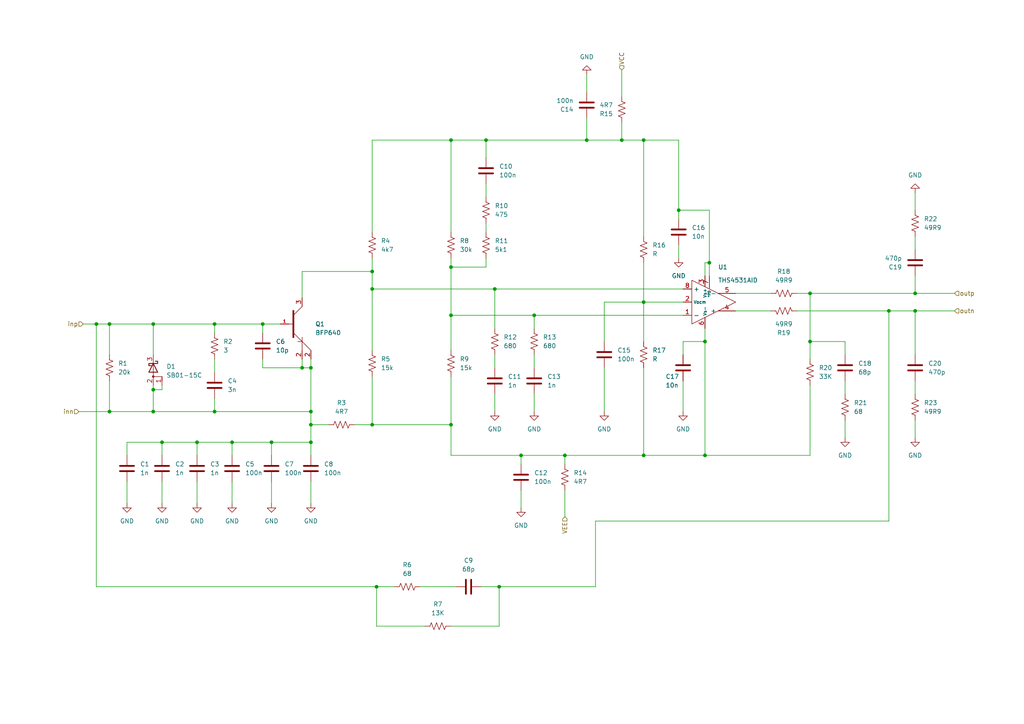
<source format=kicad_sch>
(kicad_sch (version 20230121) (generator eeschema)
  (paper "A4")
  (lib_symbols
    (symbol "Device:C" (pin_numbers hide) (pin_names (offset 0.254))
      (property "Reference" "C" (at 0.635 2.54 0))
      (property "Value" "C" (at 0.635 -2.54 0))
      (symbol "C_0_1"
        (polyline (pts (xy -2.032 -0.762) (xy 2.032 -0.762)) (stroke (width 0.508)))
        (polyline (pts (xy -2.032 0.762) (xy 2.032 0.762)) (stroke (width 0.508)))
      )
      (symbol "C_1_1"
        (pin passive line (at 0 3.81 270) (length 2.794) (name "~") (number "1"))
        (pin passive line (at 0 -3.81 90) (length 2.794) (name "~") (number "2"))
      )
    )
    (symbol "Device:D_Schottky_AAK" (pin_names (offset 0) hide)
      (property "Reference" "D" (at 0 2.54 0))
      (property "Value" "D_Schottky_AAK" (at 0 -2.54 0))
      (symbol "D_Schottky_AAK_0_1"
        (polyline (pts (xy 1.27 1.27) (xy 1.27 -1.27) (xy -1.27 0) (xy 1.27 1.27)) (stroke (width 0.254)))
        (polyline (pts (xy 3.81 2.54) (xy 2.54 2.54) (xy 2.54 0) (xy -1.27 0)))
        (polyline (pts (xy -1.905 0.635) (xy -1.905 1.27) (xy -1.27 1.27) (xy -1.27 -1.27) (xy -0.635 -1.27) (xy -0.635 -0.635)) (stroke (width 0.254)))
        (circle (center 2.54 0) (radius 0.254) (fill (type outline)))
      )
      (symbol "D_Schottky_AAK_1_1"
        (pin passive line (at 5.08 2.54 180) (length 2.54) (name "A") (number "1"))
        (pin passive line (at 5.08 0 180) (length 2.54) (name "A") (number "2"))
        (pin passive line (at -3.81 0 0) (length 2.54) (name "K") (number "3"))
      )
    )
    (symbol "Device:R_US" (pin_numbers hide) (pin_names (offset 0))
      (property "Reference" "R" (at 2.54 0 90))
      (property "Value" "R_US" (at -2.54 0 90))
      (symbol "R_US_0_1"
        (polyline (pts (xy 0 -2.286) (xy 0 -2.54)))
        (polyline (pts (xy 0 2.286) (xy 0 2.54)))
        (polyline (pts (xy 0 -0.762) (xy 1.016 -1.143) (xy 0 -1.524) (xy -1.016 -1.905) (xy 0 -2.286)))
        (polyline (pts (xy 0 0.762) (xy 1.016 0.381) (xy 0 0) (xy -1.016 -0.381) (xy 0 -0.762)))
        (polyline (pts (xy 0 2.286) (xy 1.016 1.905) (xy 0 1.524) (xy -1.016 1.143) (xy 0 0.762)))
      )
      (symbol "R_US_1_1"
        (pin passive line (at 0 3.81 270) (length 1.27) (name "~") (number "1"))
        (pin passive line (at 0 -3.81 90) (length 1.27) (name "~") (number "2"))
      )
    )
    (symbol "ecristal_libraries:BFP640ESDH6327XTSA1"
      (property "Reference" "Q1" (at 6.35 0 0))
      (property "Value" "BFP640" (at 6.35 -2.54 0))
      (symbol "BFP640ESDH6327XTSA1_0_1"
        (polyline (pts (xy 2.54 -6.35) (xy 2.54 -7.62)))
        (polyline (pts (xy 5.08 -7.62) (xy 3.81 -6.35)))
      )
      (symbol "BFP640ESDH6327XTSA1_1_1"
        (polyline (pts (xy 0 0) (xy -1.27 0)))
        (polyline (pts (xy 0 2.54) (xy 2.54 5.08)))
        (polyline (pts (xy 0 3.81) (xy 0 -3.81)) (stroke (width 0.5)))
        (polyline (pts (xy 2.54 -5.08) (xy 2.54 -6.35) (xy 2.54 -5.08) (xy 3.81 -6.35) (xy 3.81 -6.35)))
        (polyline (pts (xy 0 -2.54) (xy 2.54 -5.08) (xy 2.54 -3.81) (xy 2.54 -5.08) (xy 1.27 -5.08) (xy 2.54 -5.08)))
        (pin bidirectional line (at -3.81 0 0) (length 2.5) (name "") (number "1"))
        (pin bidirectional line (at 2.54 -10.16 90) (length 2.5) (name "") (number "2"))
        (pin bidirectional line (at 5.08 -10.16 90) (length 2.5) (name "") (number "2"))
        (pin bidirectional line (at 2.54 7.62 270) (length 2.5) (name "") (number "3"))
      )
    )
    (symbol "ecristal_libraries:THS4531AID"
      (property "Reference" "U" (at -8.89 8.89 0))
      (property "Value" "THS4531AID" (at -12.7 6.35 0))
      (symbol "THS4531AID_0_1"
        (polyline (pts (xy 7.62 0) (xy -5.08 6.35) (xy -5.08 -5.08) (xy -5.08 -6.35) (xy 7.62 0)))
      )
      (symbol "THS4531AID_1_1"
        (pin input line (at -7.62 -3.81 0) (length 2.5) (name "-") (number "1"))
        (pin input line (at -7.62 0 0) (length 2.5) (name "Vocm") (number "2"))
        (pin power_in line (at -1.27 7.62 270) (length 3.1) (name "Vs+") (number "3"))
        (pin output line (at 7.62 -2.54 180) (length 5) (name "+") (number "4"))
        (pin output line (at 7.62 2.54 180) (length 5) (name "-") (number "5"))
        (pin power_in line (at -1.27 -7.62 90) (length 3.1) (name "Vs-") (number "6"))
        (pin input line (at 0 7.62 270) (length 3.65) (name "*PD") (number "7"))
        (pin input line (at -7.62 3.81 0) (length 2.5) (name "+") (number "8"))
      )
    )
    (symbol "power:GND" (power) (pin_names (offset 0))
      (property "Value" "GND" (at 0 -3.81 0))
      (symbol "GND_0_1"
        (polyline (pts (xy 0 0) (xy 0 -1.27) (xy 1.27 -1.27) (xy 0 -2.54) (xy -1.27 -1.27) (xy 0 -1.27)))
      )
      (symbol "GND_1_1"
        (pin power_in line (at 0 0 270) (length 0) hide (name "GND") (number "1"))
      )
    )
  )
  (junction (at 62.23 119.38))
  (junction (at 257.81 90.17))
  (junction (at 67.31 128.27))
  (junction (at 62.23 93.98))
  (junction (at 265.43 85.09))
  (junction (at 130.81 40.64))
  (junction (at 78.74 128.27))
  (junction (at 130.81 91.44))
  (junction (at 44.45 113.03))
  (junction (at 57.15 128.27))
  (junction (at 144.78 170.18))
  (junction (at 90.17 123.19))
  (junction (at 186.69 40.64))
  (junction (at 76.2 93.98))
  (junction (at 107.95 83.82))
  (junction (at 204.47 99.06))
  (junction (at 87.63 106.68))
  (junction (at 170.18 40.64))
  (junction (at 196.85 60.96))
  (junction (at 143.51 83.82))
  (junction (at 31.75 93.98))
  (junction (at 234.95 99.06))
  (junction (at 130.81 123.19))
  (junction (at 234.95 85.09))
  (junction (at 186.69 87.63))
  (junction (at 90.17 128.27))
  (junction (at 154.94 91.44))
  (junction (at 204.47 132.08))
  (junction (at 90.17 119.38))
  (junction (at 44.45 93.98))
  (junction (at 163.83 132.08))
  (junction (at 130.81 77.47))
  (junction (at 109.22 170.18))
  (junction (at 107.95 78.74))
  (junction (at 27.94 93.98))
  (junction (at 90.17 106.68))
  (junction (at 46.99 128.27))
  (junction (at 44.45 119.38))
  (junction (at 31.75 119.38))
  (junction (at 151.13 132.08))
  (junction (at 140.97 40.64))
  (junction (at 107.95 123.19))
  (junction (at 205.74 76.2))
  (junction (at 186.69 132.08))
  (junction (at 180.34 40.64))
  (junction (at 265.43 90.17))
  (wire (pts (xy 245.11 121.92) (xy 245.11 127)))
  (wire (pts (xy 107.95 78.74) (xy 107.95 83.82)))
  (wire (pts (xy 57.15 128.27) (xy 57.15 132.08)))
  (wire (pts (xy 143.51 102.87) (xy 143.51 106.68)))
  (wire (pts (xy 78.74 128.27) (xy 78.74 132.08)))
  (wire (pts (xy 139.7 170.18) (xy 144.78 170.18)))
  (wire (pts (xy 196.85 71.12) (xy 196.85 74.93)))
  (wire (pts (xy 130.81 181.61) (xy 144.78 181.61)))
  (wire (pts (xy 180.34 27.94) (xy 180.34 20.32)))
  (wire (pts (xy 87.63 104.14) (xy 87.63 106.68)))
  (wire (pts (xy 204.47 99.06) (xy 198.12 99.06)))
  (wire (pts (xy 265.43 60.96) (xy 265.43 55.88)))
  (wire (pts (xy 205.74 80.01) (xy 205.74 76.2)))
  (wire (pts (xy 62.23 119.38) (xy 90.17 119.38)))
  (wire (pts (xy 234.95 99.06) (xy 234.95 85.09)))
  (wire (pts (xy 31.75 119.38) (xy 44.45 119.38)))
  (wire (pts (xy 67.31 128.27) (xy 67.31 132.08)))
  (wire (pts (xy 205.74 60.96) (xy 205.74 76.2)))
  (wire (pts (xy 245.11 110.49) (xy 245.11 114.3)))
  (wire (pts (xy 234.95 85.09) (xy 231.14 85.09)))
  (wire (pts (xy 265.43 110.49) (xy 265.43 114.3)))
  (wire (pts (xy 265.43 85.09) (xy 276.86 85.09)))
  (wire (pts (xy 90.17 104.14) (xy 90.17 106.68)))
  (wire (pts (xy 143.51 114.3) (xy 143.51 119.38)))
  (wire (pts (xy 213.36 90.17) (xy 223.52 90.17)))
  (wire (pts (xy 172.72 151.13) (xy 257.81 151.13)))
  (wire (pts (xy 204.47 76.2) (xy 205.74 76.2)))
  (wire (pts (xy 67.31 139.7) (xy 67.31 146.05)))
  (wire (pts (xy 130.81 123.19) (xy 107.95 123.19)))
  (wire (pts (xy 186.69 87.63) (xy 186.69 99.06)))
  (wire (pts (xy 143.51 83.82) (xy 143.51 95.25)))
  (wire (pts (xy 163.83 142.24) (xy 163.83 149.86)))
  (wire (pts (xy 46.99 139.7) (xy 46.99 146.05)))
  (wire (pts (xy 107.95 109.22) (xy 107.95 123.19)))
  (wire (pts (xy 180.34 35.56) (xy 180.34 40.64)))
  (wire (pts (xy 67.31 128.27) (xy 78.74 128.27)))
  (wire (pts (xy 130.81 132.08) (xy 130.81 123.19)))
  (wire (pts (xy 140.97 40.64) (xy 130.81 40.64)))
  (wire (pts (xy 140.97 64.77) (xy 140.97 67.31)))
  (wire (pts (xy 87.63 78.74) (xy 107.95 78.74)))
  (wire (pts (xy 130.81 91.44) (xy 154.94 91.44)))
  (wire (pts (xy 257.81 90.17) (xy 265.43 90.17)))
  (wire (pts (xy 265.43 90.17) (xy 265.43 102.87)))
  (wire (pts (xy 27.94 93.98) (xy 27.94 170.18)))
  (wire (pts (xy 140.97 53.34) (xy 140.97 57.15)))
  (wire (pts (xy 36.83 139.7) (xy 36.83 146.05)))
  (wire (pts (xy 107.95 83.82) (xy 107.95 101.6)))
  (wire (pts (xy 90.17 106.68) (xy 87.63 106.68)))
  (wire (pts (xy 57.15 139.7) (xy 57.15 146.05)))
  (wire (pts (xy 172.72 170.18) (xy 172.72 151.13)))
  (wire (pts (xy 44.45 111.76) (xy 44.45 113.03)))
  (wire (pts (xy 186.69 132.08) (xy 204.47 132.08)))
  (wire (pts (xy 245.11 99.06) (xy 245.11 102.87)))
  (wire (pts (xy 151.13 142.24) (xy 151.13 147.32)))
  (wire (pts (xy 62.23 104.14) (xy 62.23 107.95)))
  (wire (pts (xy 175.26 87.63) (xy 186.69 87.63)))
  (wire (pts (xy 107.95 40.64) (xy 107.95 67.31)))
  (wire (pts (xy 154.94 114.3) (xy 154.94 119.38)))
  (wire (pts (xy 46.99 128.27) (xy 57.15 128.27)))
  (wire (pts (xy 196.85 60.96) (xy 196.85 63.5)))
  (wire (pts (xy 102.87 123.19) (xy 107.95 123.19)))
  (wire (pts (xy 123.19 181.61) (xy 109.22 181.61)))
  (wire (pts (xy 22.86 119.38) (xy 31.75 119.38)))
  (wire (pts (xy 107.95 74.93) (xy 107.95 78.74)))
  (wire (pts (xy 76.2 106.68) (xy 87.63 106.68)))
  (wire (pts (xy 140.97 74.93) (xy 140.97 77.47)))
  (wire (pts (xy 78.74 139.7) (xy 78.74 146.05)))
  (wire (pts (xy 57.15 128.27) (xy 67.31 128.27)))
  (wire (pts (xy 46.99 111.76) (xy 46.99 113.03)))
  (wire (pts (xy 205.74 60.96) (xy 196.85 60.96)))
  (wire (pts (xy 31.75 93.98) (xy 44.45 93.98)))
  (wire (pts (xy 234.95 85.09) (xy 265.43 85.09)))
  (wire (pts (xy 154.94 91.44) (xy 154.94 95.25)))
  (wire (pts (xy 234.95 111.76) (xy 234.95 132.08)))
  (wire (pts (xy 130.81 109.22) (xy 130.81 123.19)))
  (wire (pts (xy 204.47 80.01) (xy 204.47 76.2)))
  (wire (pts (xy 154.94 102.87) (xy 154.94 106.68)))
  (wire (pts (xy 151.13 132.08) (xy 130.81 132.08)))
  (wire (pts (xy 62.23 93.98) (xy 62.23 96.52)))
  (wire (pts (xy 144.78 170.18) (xy 172.72 170.18)))
  (wire (pts (xy 265.43 72.39) (xy 265.43 68.58)))
  (wire (pts (xy 46.99 113.03) (xy 44.45 113.03)))
  (wire (pts (xy 62.23 119.38) (xy 62.23 115.57)))
  (wire (pts (xy 257.81 151.13) (xy 257.81 90.17)))
  (wire (pts (xy 90.17 119.38) (xy 90.17 106.68)))
  (wire (pts (xy 196.85 40.64) (xy 196.85 60.96)))
  (wire (pts (xy 76.2 104.14) (xy 76.2 106.68)))
  (wire (pts (xy 27.94 170.18) (xy 109.22 170.18)))
  (wire (pts (xy 143.51 83.82) (xy 198.12 83.82)))
  (wire (pts (xy 144.78 170.18) (xy 144.78 181.61)))
  (wire (pts (xy 186.69 87.63) (xy 198.12 87.63)))
  (wire (pts (xy 27.94 93.98) (xy 31.75 93.98)))
  (wire (pts (xy 90.17 123.19) (xy 90.17 128.27)))
  (wire (pts (xy 130.81 77.47) (xy 130.81 91.44)))
  (wire (pts (xy 130.81 91.44) (xy 130.81 101.6)))
  (wire (pts (xy 36.83 128.27) (xy 46.99 128.27)))
  (wire (pts (xy 44.45 113.03) (xy 44.45 119.38)))
  (wire (pts (xy 76.2 93.98) (xy 62.23 93.98)))
  (wire (pts (xy 46.99 128.27) (xy 46.99 132.08)))
  (wire (pts (xy 170.18 40.64) (xy 180.34 40.64)))
  (wire (pts (xy 130.81 74.93) (xy 130.81 77.47)))
  (wire (pts (xy 154.94 91.44) (xy 198.12 91.44)))
  (wire (pts (xy 163.83 134.62) (xy 163.83 132.08)))
  (wire (pts (xy 78.74 128.27) (xy 90.17 128.27)))
  (wire (pts (xy 87.63 86.36) (xy 87.63 78.74)))
  (wire (pts (xy 90.17 139.7) (xy 90.17 146.05)))
  (wire (pts (xy 109.22 170.18) (xy 114.3 170.18)))
  (wire (pts (xy 234.95 104.14) (xy 234.95 99.06)))
  (wire (pts (xy 140.97 40.64) (xy 170.18 40.64)))
  (wire (pts (xy 265.43 80.01) (xy 265.43 85.09)))
  (wire (pts (xy 196.85 40.64) (xy 186.69 40.64)))
  (wire (pts (xy 76.2 93.98) (xy 76.2 96.52)))
  (wire (pts (xy 204.47 95.25) (xy 204.47 99.06)))
  (wire (pts (xy 130.81 40.64) (xy 107.95 40.64)))
  (wire (pts (xy 44.45 119.38) (xy 62.23 119.38)))
  (wire (pts (xy 175.26 106.68) (xy 175.26 119.38)))
  (wire (pts (xy 186.69 106.68) (xy 186.69 132.08)))
  (wire (pts (xy 90.17 119.38) (xy 90.17 123.19)))
  (wire (pts (xy 44.45 93.98) (xy 44.45 102.87)))
  (wire (pts (xy 163.83 132.08) (xy 151.13 132.08)))
  (wire (pts (xy 90.17 123.19) (xy 95.25 123.19)))
  (wire (pts (xy 265.43 121.92) (xy 265.43 127)))
  (wire (pts (xy 31.75 102.87) (xy 31.75 93.98)))
  (wire (pts (xy 198.12 110.49) (xy 198.12 119.38)))
  (wire (pts (xy 121.92 170.18) (xy 132.08 170.18)))
  (wire (pts (xy 109.22 181.61) (xy 109.22 170.18)))
  (wire (pts (xy 170.18 26.67) (xy 170.18 21.59)))
  (wire (pts (xy 130.81 40.64) (xy 130.81 67.31)))
  (wire (pts (xy 140.97 45.72) (xy 140.97 40.64)))
  (wire (pts (xy 170.18 34.29) (xy 170.18 40.64)))
  (wire (pts (xy 175.26 99.06) (xy 175.26 87.63)))
  (wire (pts (xy 31.75 110.49) (xy 31.75 119.38)))
  (wire (pts (xy 180.34 40.64) (xy 186.69 40.64)))
  (wire (pts (xy 204.47 132.08) (xy 204.47 99.06)))
  (wire (pts (xy 186.69 76.2) (xy 186.69 87.63)))
  (wire (pts (xy 44.45 93.98) (xy 62.23 93.98)))
  (wire (pts (xy 81.28 93.98) (xy 76.2 93.98)))
  (wire (pts (xy 36.83 132.08) (xy 36.83 128.27)))
  (wire (pts (xy 151.13 132.08) (xy 151.13 134.62)))
  (wire (pts (xy 107.95 83.82) (xy 143.51 83.82)))
  (wire (pts (xy 213.36 85.09) (xy 223.52 85.09)))
  (wire (pts (xy 265.43 90.17) (xy 276.86 90.17)))
  (wire (pts (xy 186.69 68.58) (xy 186.69 40.64)))
  (wire (pts (xy 231.14 90.17) (xy 257.81 90.17)))
  (wire (pts (xy 186.69 132.08) (xy 163.83 132.08)))
  (wire (pts (xy 234.95 99.06) (xy 245.11 99.06)))
  (wire (pts (xy 90.17 128.27) (xy 90.17 132.08)))
  (wire (pts (xy 234.95 132.08) (xy 204.47 132.08)))
  (wire (pts (xy 198.12 99.06) (xy 198.12 102.87)))
  (wire (pts (xy 130.81 77.47) (xy 140.97 77.47)))
  (wire (pts (xy 24.13 93.98) (xy 27.94 93.98)))
  (hierarchical_label "inn" (shape input) (at 22.86 119.38 180))
  (hierarchical_label "inp" (shape input) (at 24.13 93.98 180))
  (hierarchical_label "outp" (shape input) (at 276.86 85.09 0))
  (hierarchical_label "outn" (shape input) (at 276.86 90.17 0))
  (hierarchical_label "VCC" (shape input) (at 180.34 20.32 90))
  (hierarchical_label "VEE" (shape input) (at 163.83 149.86 270))
  (symbol (lib_id "Device:C") (at 175.26 102.87 0) (unit 1)
    (property "Reference" "C15" (at 179.07 101.6 0) (effects (justify left)))
    (property "Value" "100n" (at 179.07 104.14 0) (effects (justify left)))
    (property "Footprint" "Capacitor_SMD:C_1206_3216Metric" (effects hide))
    (instances (project "dmem_2V0" (path "" (reference "C15") (unit 1)) (path "" (reference "C47") (unit 1))))
  )
  (symbol (lib_id "Device:R_US") (at 163.83 138.43 180) (unit 1)
    (property "Reference" "R14" (at 166.37 137.16 0) (effects (justify right)))
    (property "Value" "4R7" (at 166.37 139.7 0) (effects (justify right)))
    (property "Footprint" "Resistor_SMD:R_0805_2012Metric" (effects hide))
    (instances (project "dmem_2V0" (path "" (reference "R14") (unit 1)) (path "" (reference "R77") (unit 1))))
  )
  (symbol (lib_id "Device:C") (at 78.74 135.89 0) (unit 1)
    (property "Reference" "C7" (at 82.55 134.62 0) (effects (justify left)))
    (property "Value" "100n" (at 82.55 137.16 0) (effects (justify left)))
    (property "Footprint" "Capacitor_SMD:C_1206_3216Metric" (effects hide))
    (instances (project "dmem_2V0" (path "" (reference "C7") (unit 1)) (path "" (reference "C39") (unit 1))))
  )
  (symbol (lib_id "power:GND") (at 265.43 127 0) (unit 1)
    (property "Reference" "#PWR016" (effects hide))
    (property "Value" "GND" (at 265.43 132.08 0))
    (instances (project "dmem_2V0" (path "" (reference "#PWR016") (unit 1)) (path "" (reference "#PWR050") (unit 1))))
  )
  (symbol (lib_id "Device:R_US") (at 130.81 105.41 0) (unit 1)
    (property "Reference" "R9" (at 133.35 104.14 0) (effects (justify left)))
    (property "Value" "15k" (at 133.35 106.68 0) (effects (justify left)))
    (property "Footprint" "Resistor_SMD:R_0805_2012Metric" (effects hide))
    (instances (project "dmem_2V0" (path "" (reference "R9") (unit 1)) (path "" (reference "R72") (unit 1))))
  )
  (symbol (lib_id "Device:C") (at 143.51 110.49 0) (unit 1)
    (property "Reference" "C11" (at 147.32 109.22 0) (effects (justify left)))
    (property "Value" "1n" (at 147.32 111.76 0) (effects (justify left)))
    (property "Footprint" "Capacitor_SMD:C_0603_1608Metric" (effects hide))
    (instances (project "dmem_2V0" (path "" (reference "C11") (unit 1)) (path "" (reference "C43") (unit 1))))
  )
  (symbol (lib_id "Device:C") (at 46.99 135.89 0) (unit 1)
    (property "Reference" "C2" (at 50.8 134.62 0) (effects (justify left)))
    (property "Value" "1n" (at 50.8 137.16 0) (effects (justify left)))
    (property "Footprint" "Capacitor_SMD:C_0603_1608Metric" (effects hide))
    (instances (project "dmem_2V0" (path "" (reference "C2") (unit 1)) (path "" (reference "C34") (unit 1))))
  )
  (symbol (lib_id "Device:C") (at 196.85 67.31 0) (unit 1)
    (property "Reference" "C16" (at 200.66 66.04 0) (effects (justify left)))
    (property "Value" "10n" (at 200.66 68.58 0) (effects (justify left)))
    (property "Footprint" "Capacitor_SMD:C_0805_2012Metric" (effects hide))
    (instances (project "dmem_2V0" (path "" (reference "C16") (unit 1)) (path "" (reference "C48") (unit 1))))
  )
  (symbol (lib_id "Device:C") (at 90.17 135.89 0) (unit 1)
    (property "Reference" "C8" (at 93.98 134.62 0) (effects (justify left)))
    (property "Value" "100n" (at 93.98 137.16 0) (effects (justify left)))
    (property "Footprint" "Capacitor_SMD:C_1206_3216Metric" (effects hide))
    (instances (project "dmem_2V0" (path "" (reference "C8") (unit 1)) (path "" (reference "C40") (unit 1))))
  )
  (symbol (lib_id "Device:C") (at 67.31 135.89 0) (unit 1)
    (property "Reference" "C5" (at 71.12 134.62 0) (effects (justify left)))
    (property "Value" "100n" (at 71.12 137.16 0) (effects (justify left)))
    (property "Footprint" "Capacitor_SMD:C_1206_3216Metric" (effects hide))
    (instances (project "dmem_2V0" (path "" (reference "C5") (unit 1)) (path "" (reference "C37") (unit 1))))
  )
  (symbol (lib_id "Device:C") (at 62.23 111.76 0) (unit 1)
    (property "Reference" "C4" (at 66.04 110.49 0) (effects (justify left)))
    (property "Value" "3n" (at 66.04 113.03 0) (effects (justify left)))
    (property "Footprint" "Capacitor_SMD:C_0805_2012Metric" (effects hide))
    (instances (project "dmem_2V0" (path "" (reference "C4") (unit 1)) (path "" (reference "C36") (unit 1))))
  )
  (symbol (lib_id "Device:C") (at 170.18 30.48 180) (unit 1)
    (property "Reference" "C14" (at 166.37 31.75 0) (effects (justify left)))
    (property "Value" "100n" (at 166.37 29.21 0) (effects (justify left)))
    (property "Footprint" "Capacitor_SMD:C_1206_3216Metric" (effects hide))
    (instances (project "dmem_2V0" (path "" (reference "C14") (unit 1)) (path "" (reference "C46") (unit 1))))
  )
  (symbol (lib_id "ecristal_libraries:BFP640ESDH6327XTSA1") (at 85.09 93.98 0) (unit 1)
    (property "Reference" "Q1" (at 91.44 93.98 0) (effects (justify left)))
    (property "Value" "BFP640" (at 91.44 96.52 0) (effects (justify left)))
    (property "Footprint" "User_footprints:BFP640ESDH6327XTSA1" (effects hide))
    (instances (project "dmem_2V0" (path "" (reference "Q1") (unit 1)) (path "" (reference "Q2") (unit 1))))
  )
  (symbol (lib_id "Device:C") (at 198.12 106.68 0) (unit 1)
    (property "Reference" "C17" (at 193.04 109.22 0) (effects (justify left)))
    (property "Value" "10n" (at 193.04 111.76 0) (effects (justify left)))
    (property "Footprint" "Capacitor_SMD:C_0805_2012Metric" (effects hide))
    (instances (project "dmem_2V0" (path "" (reference "C17") (unit 1)) (path "" (reference "C49") (unit 1))))
  )
  (symbol (lib_id "Device:C") (at 151.13 138.43 0) (unit 1)
    (property "Reference" "C12" (at 154.94 137.16 0) (effects (justify left)))
    (property "Value" "100n" (at 154.94 139.7 0) (effects (justify left)))
    (property "Footprint" "Capacitor_SMD:C_1206_3216Metric" (effects hide))
    (instances (project "dmem_2V0" (path "" (reference "C12") (unit 1)) (path "" (reference "C44") (unit 1))))
  )
  (symbol (lib_id "power:GND") (at 78.74 146.05 0) (unit 1)
    (property "Reference" "#PWR05" (effects hide))
    (property "Value" "GND" (at 78.74 151.13 0))
    (instances (project "dmem_2V0" (path "" (reference "#PWR05") (unit 1)) (path "" (reference "#PWR039") (unit 1))))
  )
  (symbol (lib_id "Device:R_US") (at 130.81 71.12 0) (unit 1)
    (property "Reference" "R8" (at 133.35 69.85 0) (effects (justify left)))
    (property "Value" "30k" (at 133.35 72.39 0) (effects (justify left)))
    (property "Footprint" "Resistor_SMD:R_0805_2012Metric" (effects hide))
    (instances (project "dmem_2V0" (path "" (reference "R8") (unit 1)) (path "" (reference "R71") (unit 1))))
  )
  (symbol (lib_id "Device:R_US") (at 265.43 64.77 180) (unit 1)
    (property "Reference" "R22" (at 267.97 63.5 0) (effects (justify right)))
    (property "Value" "49R9" (at 267.97 66.04 0) (effects (justify right)))
    (property "Footprint" "Resistor_SMD:R_0805_2012Metric" (effects hide))
    (instances (project "dmem_2V0" (path "" (reference "R22") (unit 1)) (path "" (reference "R85") (unit 1))))
  )
  (symbol (lib_id "power:GND") (at 198.12 119.38 0) (unit 1)
    (property "Reference" "#PWR013" (effects hide))
    (property "Value" "GND" (at 198.12 124.46 0))
    (instances (project "dmem_2V0" (path "" (reference "#PWR013") (unit 1)) (path "" (reference "#PWR047") (unit 1))))
  )
  (symbol (lib_id "Device:D_Schottky_AAK") (at 44.45 106.68 270) (unit 1)
    (property "Reference" "D1" (at 48.26 106.299 90) (effects (justify left)))
    (property "Value" "SB01-15C" (at 48.26 108.839 90) (effects (justify left)))
    (property "Footprint" "Package_TO_SOT_SMD:SOT-23" (effects hide))
    (instances (project "dmem_2V0" (path "" (reference "D1") (unit 1)) (path "" (reference "D2") (unit 1))))
  )
  (symbol (lib_id "Device:R_US") (at 154.94 99.06 0) (unit 1)
    (property "Reference" "R13" (at 157.48 97.79 0) (effects (justify left)))
    (property "Value" "680" (at 157.48 100.33 0) (effects (justify left)))
    (property "Footprint" "Resistor_SMD:R_0805_2012Metric" (effects hide))
    (instances (project "dmem_2V0" (path "" (reference "R13") (unit 1)) (path "" (reference "R76") (unit 1))))
  )
  (symbol (lib_id "Device:R_US") (at 140.97 60.96 0) (unit 1)
    (property "Reference" "R10" (at 143.51 59.69 0) (effects (justify left)))
    (property "Value" "475" (at 143.51 62.23 0) (effects (justify left)))
    (property "Footprint" "Resistor_SMD:R_0805_2012Metric" (effects hide))
    (instances (project "dmem_2V0" (path "" (reference "R10") (unit 1)) (path "" (reference "R73") (unit 1))))
  )
  (symbol (lib_id "Device:C") (at 135.89 170.18 90) (unit 1)
    (property "Reference" "C9" (at 135.89 162.56 90))
    (property "Value" "68p" (at 135.89 165.1 90))
    (property "Footprint" "Capacitor_SMD:C_0603_1608Metric" (effects hide))
    (instances (project "dmem_2V0" (path "" (reference "C9") (unit 1)) (path "" (reference "C41") (unit 1))))
  )
  (symbol (lib_id "Device:R_US") (at 31.75 106.68 0) (unit 1)
    (property "Reference" "R1" (at 34.29 105.41 0) (effects (justify left)))
    (property "Value" "20k" (at 34.29 107.95 0) (effects (justify left)))
    (property "Footprint" "Resistor_SMD:R_0805_2012Metric" (effects hide))
    (instances (project "dmem_2V0" (path "" (reference "R1") (unit 1)) (path "" (reference "R64") (unit 1))))
  )
  (symbol (lib_id "Device:R_US") (at 186.69 102.87 0) (unit 1)
    (property "Reference" "R17" (at 189.23 101.6 0) (effects (justify left)))
    (property "Value" "R" (at 189.23 104.14 0) (effects (justify left)))
    (property "Footprint" "Resistor_SMD:R_0805_2012Metric" (effects hide))
    (instances (project "dmem_2V0" (path "" (reference "R17") (unit 1)) (path "" (reference "R80") (unit 1))))
  )
  (symbol (lib_id "power:GND") (at 143.51 119.38 0) (unit 1)
    (property "Reference" "#PWR07" (effects hide))
    (property "Value" "GND" (at 143.51 124.46 0))
    (instances (project "dmem_2V0" (path "" (reference "#PWR07") (unit 1)) (path "" (reference "#PWR041") (unit 1))))
  )
  (symbol (lib_id "Device:C") (at 76.2 100.33 0) (unit 1)
    (property "Reference" "C6" (at 80.01 99.06 0) (effects (justify left)))
    (property "Value" "10p" (at 80.01 101.6 0) (effects (justify left)))
    (property "Footprint" "Capacitor_SMD:C_0603_1608Metric" (effects hide))
    (instances (project "dmem_2V0" (path "" (reference "C6") (unit 1)) (path "" (reference "C38") (unit 1))))
  )
  (symbol (lib_id "Device:R_US") (at 143.51 99.06 0) (unit 1)
    (property "Reference" "R12" (at 146.05 97.79 0) (effects (justify left)))
    (property "Value" "680" (at 146.05 100.33 0) (effects (justify left)))
    (property "Footprint" "Resistor_SMD:R_0805_2012Metric" (effects hide))
    (instances (project "dmem_2V0" (path "" (reference "R12") (unit 1)) (path "" (reference "R75") (unit 1))))
  )
  (symbol (lib_id "ecristal_libraries:THS4531AID") (at 205.74 87.63 0) (unit 1)
    (property "Reference" "U1" (at 208.28 77.47 0) (effects (justify left)))
    (property "Value" "THS4531AID" (at 208.28 81.28 0) (effects (justify left)))
    (property "Footprint" "User_footprints:THS4531AID" (effects hide))
    (instances (project "dmem_2V0" (path "" (reference "U1") (unit 1)) (path "" (reference "U2") (unit 1))))
  )
  (symbol (lib_id "power:GND") (at 175.26 119.38 0) (unit 1)
    (property "Reference" "#PWR011" (effects hide))
    (property "Value" "GND" (at 175.26 124.46 0))
    (instances (project "dmem_2V0" (path "" (reference "#PWR011") (unit 1)) (path "" (reference "#PWR045") (unit 1))))
  )
  (symbol (lib_id "Device:C") (at 265.43 76.2 180) (unit 1)
    (property "Reference" "C19" (at 261.62 77.47 0) (effects (justify left)))
    (property "Value" "470p" (at 261.62 74.93 0) (effects (justify left)))
    (property "Footprint" "Capacitor_SMD:C_0603_1608Metric" (effects hide))
    (instances (project "dmem_2V0" (path "" (reference "C19") (unit 1)) (path "" (reference "C51") (unit 1))))
  )
  (symbol (lib_id "Device:R_US") (at 227.33 90.17 90) (mirror x) (unit 1)
    (property "Reference" "R19" (at 227.33 96.52 90))
    (property "Value" "49R9" (at 227.33 93.98 90))
    (property "Footprint" "Resistor_SMD:R_0805_2012Metric" (effects hide))
    (instances (project "dmem_2V0" (path "" (reference "R19") (unit 1)) (path "" (reference "R82") (unit 1))))
  )
  (symbol (lib_id "Device:R_US") (at 265.43 118.11 0) (unit 1)
    (property "Reference" "R23" (at 267.97 116.84 0) (effects (justify left)))
    (property "Value" "49R9" (at 267.97 119.38 0) (effects (justify left)))
    (property "Footprint" "Resistor_SMD:R_0805_2012Metric" (effects hide))
    (instances (project "dmem_2V0" (path "" (reference "R23") (unit 1)) (path "" (reference "R86") (unit 1))))
  )
  (symbol (lib_id "Device:R_US") (at 99.06 123.19 90) (unit 1)
    (property "Reference" "R3" (at 99.06 116.84 90))
    (property "Value" "4R7" (at 99.06 119.38 90))
    (property "Footprint" "Resistor_SMD:R_0805_2012Metric" (effects hide))
    (instances (project "dmem_2V0" (path "" (reference "R3") (unit 1)) (path "" (reference "R66") (unit 1))))
  )
  (symbol (lib_id "power:GND") (at 67.31 146.05 0) (unit 1)
    (property "Reference" "#PWR04" (effects hide))
    (property "Value" "GND" (at 67.31 151.13 0))
    (instances (project "dmem_2V0" (path "" (reference "#PWR04") (unit 1)) (path "" (reference "#PWR038") (unit 1))))
  )
  (symbol (lib_id "Device:C") (at 245.11 106.68 0) (unit 1)
    (property "Reference" "C18" (at 248.92 105.41 0) (effects (justify left)))
    (property "Value" "68p" (at 248.92 107.95 0) (effects (justify left)))
    (property "Footprint" "Capacitor_SMD:C_0603_1608Metric" (effects hide))
    (instances (project "dmem_2V0" (path "" (reference "C18") (unit 1)) (path "" (reference "C50") (unit 1))))
  )
  (symbol (lib_id "power:GND") (at 57.15 146.05 0) (unit 1)
    (property "Reference" "#PWR03" (effects hide))
    (property "Value" "GND" (at 57.15 151.13 0))
    (instances (project "dmem_2V0" (path "" (reference "#PWR03") (unit 1)) (path "" (reference "#PWR037") (unit 1))))
  )
  (symbol (lib_id "Device:R_US") (at 140.97 71.12 0) (unit 1)
    (property "Reference" "R11" (at 143.51 69.85 0) (effects (justify left)))
    (property "Value" "5k1" (at 143.51 72.39 0) (effects (justify left)))
    (property "Footprint" "Resistor_SMD:R_0805_2012Metric" (effects hide))
    (instances (project "dmem_2V0" (path "" (reference "R11") (unit 1)) (path "" (reference "R74") (unit 1))))
  )
  (symbol (lib_id "Device:R_US") (at 234.95 107.95 0) (unit 1)
    (property "Reference" "R20" (at 237.49 106.68 0) (effects (justify left)))
    (property "Value" "33K" (at 237.49 109.22 0) (effects (justify left)))
    (property "Footprint" "Resistor_SMD:R_0805_2012Metric" (effects hide))
    (instances (project "dmem_2V0" (path "" (reference "R20") (unit 1)) (path "" (reference "R83") (unit 1))))
  )
  (symbol (lib_id "power:GND") (at 151.13 147.32 0) (unit 1)
    (property "Reference" "#PWR08" (effects hide))
    (property "Value" "GND" (at 151.13 152.4 0))
    (instances (project "dmem_2V0" (path "" (reference "#PWR08") (unit 1)) (path "" (reference "#PWR042") (unit 1))))
  )
  (symbol (lib_id "power:GND") (at 170.18 21.59 180) (unit 1)
    (property "Reference" "#PWR010" (effects hide))
    (property "Value" "GND" (at 170.18 16.51 0))
    (instances (project "dmem_2V0" (path "" (reference "#PWR010") (unit 1)) (path "" (reference "#PWR044") (unit 1))))
  )
  (symbol (lib_id "Device:R_US") (at 180.34 31.75 0) (unit 1)
    (property "Reference" "R15" (at 177.8 33.02 0) (effects (justify right)))
    (property "Value" "4R7" (at 177.8 30.48 0) (effects (justify right)))
    (property "Footprint" "Resistor_SMD:R_0805_2012Metric" (effects hide))
    (instances (project "dmem_2V0" (path "" (reference "R15") (unit 1)) (path "" (reference "R78") (unit 1))))
  )
  (symbol (lib_id "Device:R_US") (at 62.23 100.33 0) (unit 1)
    (property "Reference" "R2" (at 64.77 99.06 0) (effects (justify left)))
    (property "Value" "3" (at 64.77 101.6 0) (effects (justify left)))
    (property "Footprint" "Resistor_SMD:R_0805_2012Metric" (effects hide))
    (instances (project "dmem_2V0" (path "" (reference "R2") (unit 1)) (path "" (reference "R65") (unit 1))))
  )
  (symbol (lib_id "Device:R_US") (at 227.33 85.09 90) (unit 1)
    (property "Reference" "R18" (at 227.33 78.74 90))
    (property "Value" "49R9" (at 227.33 81.28 90))
    (property "Footprint" "Resistor_SMD:R_0805_2012Metric" (effects hide))
    (instances (project "dmem_2V0" (path "" (reference "R18") (unit 1)) (path "" (reference "R81") (unit 1))))
  )
  (symbol (lib_id "power:GND") (at 196.85 74.93 0) (unit 1)
    (property "Reference" "#PWR012" (effects hide))
    (property "Value" "GND" (at 196.85 80.01 0))
    (instances (project "dmem_2V0" (path "" (reference "#PWR012") (unit 1)) (path "" (reference "#PWR046") (unit 1))))
  )
  (symbol (lib_id "Device:R_US") (at 186.69 72.39 0) (unit 1)
    (property "Reference" "R16" (at 189.23 71.12 0) (effects (justify left)))
    (property "Value" "R" (at 189.23 73.66 0) (effects (justify left)))
    (property "Footprint" "Resistor_SMD:R_0805_2012Metric" (effects hide))
    (instances (project "dmem_2V0" (path "" (reference "R16") (unit 1)) (path "" (reference "R79") (unit 1))))
  )
  (symbol (lib_id "Device:R_US") (at 127 181.61 90) (unit 1)
    (property "Reference" "R7" (at 127 175.26 90))
    (property "Value" "13K" (at 127 177.8 90))
    (property "Footprint" "Resistor_SMD:R_0805_2012Metric" (effects hide))
    (instances (project "dmem_2V0" (path "" (reference "R7") (unit 1)) (path "" (reference "R70") (unit 1))))
  )
  (symbol (lib_id "power:GND") (at 154.94 119.38 0) (unit 1)
    (property "Reference" "#PWR09" (effects hide))
    (property "Value" "GND" (at 154.94 124.46 0))
    (instances (project "dmem_2V0" (path "" (reference "#PWR09") (unit 1)) (path "" (reference "#PWR043") (unit 1))))
  )
  (symbol (lib_id "power:GND") (at 265.43 55.88 180) (unit 1)
    (property "Reference" "#PWR015" (effects hide))
    (property "Value" "GND" (at 265.43 50.8 0))
    (instances (project "dmem_2V0" (path "" (reference "#PWR015") (unit 1)) (path "" (reference "#PWR049") (unit 1))))
  )
  (symbol (lib_id "power:GND") (at 46.99 146.05 0) (unit 1)
    (property "Reference" "#PWR02" (effects hide))
    (property "Value" "GND" (at 46.99 151.13 0))
    (instances (project "dmem_2V0" (path "" (reference "#PWR02") (unit 1)) (path "" (reference "#PWR036") (unit 1))))
  )
  (symbol (lib_id "Device:R_US") (at 107.95 105.41 0) (unit 1)
    (property "Reference" "R5" (at 110.49 104.14 0) (effects (justify left)))
    (property "Value" "15k" (at 110.49 106.68 0) (effects (justify left)))
    (property "Footprint" "Resistor_SMD:R_0805_2012Metric" (effects hide))
    (instances (project "dmem_2V0" (path "" (reference "R5") (unit 1)) (path "" (reference "R68") (unit 1))))
  )
  (symbol (lib_id "Device:C") (at 154.94 110.49 0) (unit 1)
    (property "Reference" "C13" (at 158.75 109.22 0) (effects (justify left)))
    (property "Value" "1n" (at 158.75 111.76 0) (effects (justify left)))
    (property "Footprint" "Capacitor_SMD:C_0603_1608Metric" (effects hide))
    (instances (project "dmem_2V0" (path "" (reference "C13") (unit 1)) (path "" (reference "C45") (unit 1))))
  )
  (symbol (lib_id "Device:C") (at 57.15 135.89 0) (unit 1)
    (property "Reference" "C3" (at 60.96 134.62 0) (effects (justify left)))
    (property "Value" "1n" (at 60.96 137.16 0) (effects (justify left)))
    (property "Footprint" "Capacitor_SMD:C_0603_1608Metric" (effects hide))
    (instances (project "dmem_2V0" (path "" (reference "C3") (unit 1)) (path "" (reference "C35") (unit 1))))
  )
  (symbol (lib_id "Device:C") (at 265.43 106.68 0) (unit 1)
    (property "Reference" "C20" (at 269.24 105.41 0) (effects (justify left)))
    (property "Value" "470p" (at 269.24 107.95 0) (effects (justify left)))
    (property "Footprint" "Capacitor_SMD:C_0603_1608Metric" (effects hide))
    (instances (project "dmem_2V0" (path "" (reference "C20") (unit 1)) (path "" (reference "C52") (unit 1))))
  )
  (symbol (lib_id "Device:R_US") (at 107.95 71.12 0) (unit 1)
    (property "Reference" "R4" (at 110.49 69.85 0) (effects (justify left)))
    (property "Value" "4k7" (at 110.49 72.39 0) (effects (justify left)))
    (property "Footprint" "Resistor_SMD:R_0805_2012Metric" (effects hide))
    (instances (project "dmem_2V0" (path "" (reference "R4") (unit 1)) (path "" (reference "R67") (unit 1))))
  )
  (symbol (lib_id "power:GND") (at 36.83 146.05 0) (unit 1)
    (property "Reference" "#PWR01" (effects hide))
    (property "Value" "GND" (at 36.83 151.13 0))
    (instances (project "dmem_2V0" (path "" (reference "#PWR01") (unit 1)) (path "" (reference "#PWR035") (unit 1))))
  )
  (symbol (lib_id "power:GND") (at 90.17 146.05 0) (unit 1)
    (property "Reference" "#PWR06" (effects hide))
    (property "Value" "GND" (at 90.17 151.13 0))
    (instances (project "dmem_2V0" (path "" (reference "#PWR06") (unit 1)) (path "" (reference "#PWR040") (unit 1))))
  )
  (symbol (lib_id "Device:C") (at 36.83 135.89 0) (unit 1)
    (property "Reference" "C1" (at 40.64 134.62 0) (effects (justify left)))
    (property "Value" "1n" (at 40.64 137.16 0) (effects (justify left)))
    (property "Footprint" "Capacitor_SMD:C_0603_1608Metric" (effects hide))
    (instances (project "dmem_2V0" (path "" (reference "C1") (unit 1)) (path "" (reference "C33") (unit 1))))
  )
  (symbol (lib_id "Device:R_US") (at 245.11 118.11 0) (unit 1)
    (property "Reference" "R21" (at 247.65 116.84 0) (effects (justify left)))
    (property "Value" "68" (at 247.65 119.38 0) (effects (justify left)))
    (property "Footprint" "Resistor_SMD:R_0805_2012Metric" (effects hide))
    (instances (project "dmem_2V0" (path "" (reference "R21") (unit 1)) (path "" (reference "R84") (unit 1))))
  )
  (symbol (lib_id "power:GND") (at 245.11 127 0) (unit 1)
    (property "Reference" "#PWR014" (effects hide))
    (property "Value" "GND" (at 245.11 132.08 0))
    (instances (project "dmem_2V0" (path "" (reference "#PWR014") (unit 1)) (path "" (reference "#PWR048") (unit 1))))
  )
  (symbol (lib_id "Device:R_US") (at 118.11 170.18 90) (unit 1)
    (property "Reference" "R6" (at 118.11 163.83 90))
    (property "Value" "68" (at 118.11 166.37 90))
    (property "Footprint" "Resistor_SMD:R_0805_2012Metric" (effects hide))
    (instances (project "dmem_2V0" (path "" (reference "R6") (unit 1)) (path "" (reference "R69") (unit 1))))
  )
  (symbol (lib_id "Device:C") (at 140.97 49.53 0) (unit 1)
    (property "Reference" "C10" (at 144.78 48.26 0) (effects (justify left)))
    (property "Value" "100n" (at 144.78 50.8 0) (effects (justify left)))
    (property "Footprint" "Capacitor_SMD:C_1206_3216Metric" (effects hide))
    (instances (project "dmem_2V0" (path "" (reference "C10") (unit 1)) (path "" (reference "C42") (unit 1))))
  )
)
</source>
